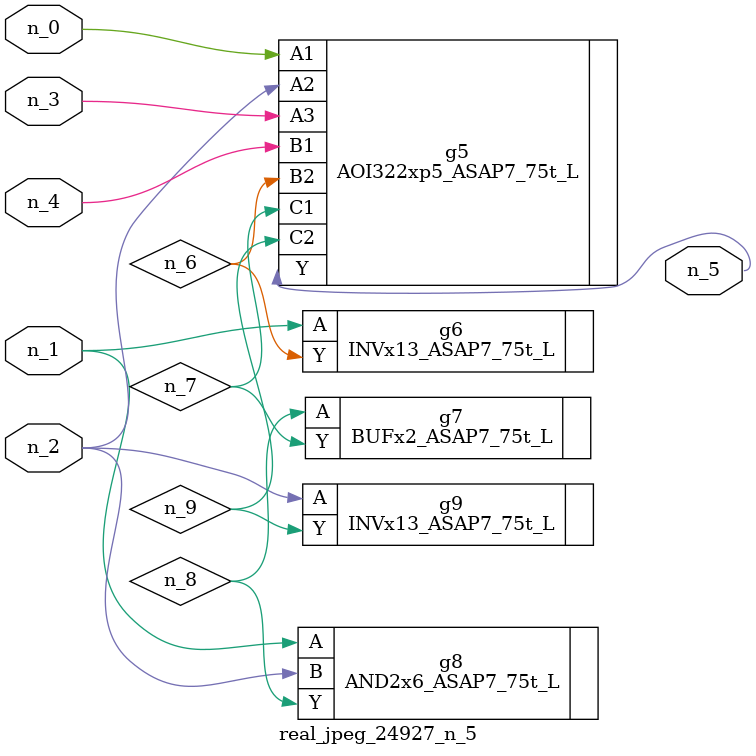
<source format=v>
module real_jpeg_24927_n_5 (n_4, n_0, n_1, n_2, n_3, n_5);

input n_4;
input n_0;
input n_1;
input n_2;
input n_3;

output n_5;

wire n_8;
wire n_6;
wire n_7;
wire n_9;

AOI322xp5_ASAP7_75t_L g5 ( 
.A1(n_0),
.A2(n_2),
.A3(n_3),
.B1(n_4),
.B2(n_6),
.C1(n_7),
.C2(n_9),
.Y(n_5)
);

INVx13_ASAP7_75t_L g6 ( 
.A(n_1),
.Y(n_6)
);

AND2x6_ASAP7_75t_L g8 ( 
.A(n_1),
.B(n_2),
.Y(n_8)
);

INVx13_ASAP7_75t_L g9 ( 
.A(n_2),
.Y(n_9)
);

BUFx2_ASAP7_75t_L g7 ( 
.A(n_8),
.Y(n_7)
);


endmodule
</source>
